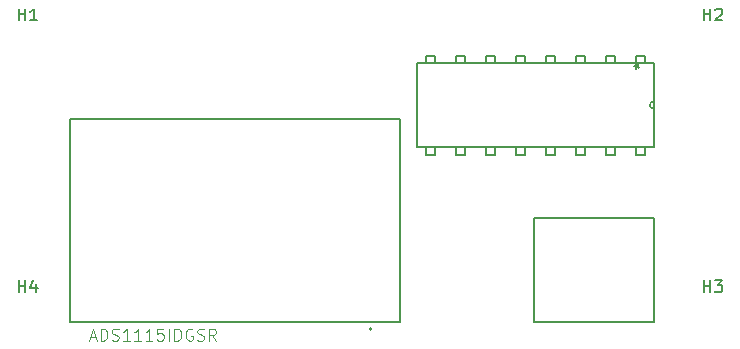
<source format=gbr>
G04 #@! TF.GenerationSoftware,KiCad,Pcbnew,(5.1.6-0-10_14)*
G04 #@! TF.CreationDate,2021-05-11T12:07:35-04:00*
G04 #@! TF.ProjectId,venti-zero,76656e74-692d-47a6-9572-6f2e6b696361,1.0*
G04 #@! TF.SameCoordinates,Original*
G04 #@! TF.FileFunction,Other,Fab,Top*
%FSLAX46Y46*%
G04 Gerber Fmt 4.6, Leading zero omitted, Abs format (unit mm)*
G04 Created by KiCad (PCBNEW (5.1.6-0-10_14)) date 2021-05-11 12:07:35*
%MOMM*%
%LPD*%
G01*
G04 APERTURE LIST*
%ADD10C,0.152400*%
%ADD11C,0.150000*%
%ADD12C,0.200000*%
%ADD13C,0.127000*%
%ADD14C,0.015000*%
G04 APERTURE END LIST*
D10*
X174333900Y-98632000D02*
X154344100Y-98632000D01*
X174333900Y-105744000D02*
X174333900Y-98632000D01*
X154344100Y-105744000D02*
X174333900Y-105744000D01*
X154344100Y-98632000D02*
X154344100Y-105744000D01*
X173610000Y-106379000D02*
X173610000Y-105744000D01*
X172848000Y-106379000D02*
X173610000Y-106379000D01*
X172848000Y-105744000D02*
X172848000Y-106379000D01*
X173610000Y-105744000D02*
X172848000Y-105744000D01*
X171070000Y-106379000D02*
X171070000Y-105744000D01*
X170308000Y-106379000D02*
X171070000Y-106379000D01*
X170308000Y-105744000D02*
X170308000Y-106379000D01*
X171070000Y-105744000D02*
X170308000Y-105744000D01*
X168530000Y-106379000D02*
X168530000Y-105744000D01*
X167768000Y-106379000D02*
X168530000Y-106379000D01*
X167768000Y-105744000D02*
X167768000Y-106379000D01*
X168530000Y-105744000D02*
X167768000Y-105744000D01*
X165990000Y-106379000D02*
X165990000Y-105744000D01*
X165228000Y-106379000D02*
X165990000Y-106379000D01*
X165228000Y-105744000D02*
X165228000Y-106379000D01*
X165990000Y-105744000D02*
X165228000Y-105744000D01*
X163450000Y-106379000D02*
X163450000Y-105744000D01*
X162688000Y-106379000D02*
X163450000Y-106379000D01*
X162688000Y-105744000D02*
X162688000Y-106379000D01*
X163450000Y-105744000D02*
X162688000Y-105744000D01*
X160910000Y-106379000D02*
X160910000Y-105744000D01*
X160148000Y-106379000D02*
X160910000Y-106379000D01*
X160148000Y-105744000D02*
X160148000Y-106379000D01*
X160910000Y-105744000D02*
X160148000Y-105744000D01*
X158370000Y-106379000D02*
X158370000Y-105744000D01*
X157608000Y-106379000D02*
X158370000Y-106379000D01*
X157608000Y-105744000D02*
X157608000Y-106379000D01*
X158370000Y-105744000D02*
X157608000Y-105744000D01*
X155830000Y-106379000D02*
X155830000Y-105744000D01*
X155068000Y-106379000D02*
X155830000Y-106379000D01*
X155068000Y-105744000D02*
X155068000Y-106379000D01*
X155830000Y-105744000D02*
X155068000Y-105744000D01*
X155068000Y-97997000D02*
X155068000Y-98632000D01*
X155830000Y-97997000D02*
X155068000Y-97997000D01*
X155830000Y-98632000D02*
X155830000Y-97997000D01*
X155068000Y-98632000D02*
X155830000Y-98632000D01*
X157608000Y-97997000D02*
X157608000Y-98632000D01*
X158370000Y-97997000D02*
X157608000Y-97997000D01*
X158370000Y-98632000D02*
X158370000Y-97997000D01*
X157608000Y-98632000D02*
X158370000Y-98632000D01*
X160148000Y-97997000D02*
X160148000Y-98632000D01*
X160910000Y-97997000D02*
X160148000Y-97997000D01*
X160910000Y-98632000D02*
X160910000Y-97997000D01*
X160148000Y-98632000D02*
X160910000Y-98632000D01*
X162688000Y-97997000D02*
X162688000Y-98632000D01*
X163450000Y-97997000D02*
X162688000Y-97997000D01*
X163450000Y-98632000D02*
X163450000Y-97997000D01*
X162688000Y-98632000D02*
X163450000Y-98632000D01*
X165228000Y-97997000D02*
X165228000Y-98632000D01*
X165990000Y-97997000D02*
X165228000Y-97997000D01*
X165990000Y-98632000D02*
X165990000Y-97997000D01*
X165228000Y-98632000D02*
X165990000Y-98632000D01*
X167768000Y-97997000D02*
X167768000Y-98632000D01*
X168530000Y-97997000D02*
X167768000Y-97997000D01*
X168530000Y-98632000D02*
X168530000Y-97997000D01*
X167768000Y-98632000D02*
X168530000Y-98632000D01*
X170308000Y-97997000D02*
X170308000Y-98632000D01*
X171070000Y-97997000D02*
X170308000Y-97997000D01*
X171070000Y-98632000D02*
X171070000Y-97997000D01*
X170308000Y-98632000D02*
X171070000Y-98632000D01*
X172848000Y-97997000D02*
X172848000Y-98632000D01*
X173610000Y-97997000D02*
X172848000Y-97997000D01*
X173610000Y-98632000D02*
X173610000Y-97997000D01*
X172848000Y-98632000D02*
X173610000Y-98632000D01*
X174333900Y-101883200D02*
G75*
G03*
X174333900Y-102492800I0J-304800D01*
G01*
D11*
X174342000Y-120538000D02*
X164242000Y-120538000D01*
X174342000Y-111778000D02*
X174342000Y-120538000D01*
X164242000Y-111778000D02*
X174342000Y-111778000D01*
X164242000Y-120538000D02*
X164242000Y-111778000D01*
D12*
X150469000Y-121162500D02*
G75*
G03*
X150469000Y-121162500I-100000J0D01*
G01*
D13*
X124969000Y-120539500D02*
X124969000Y-103394500D01*
X152909000Y-120539500D02*
X124969000Y-120539500D01*
X152909000Y-103394500D02*
X152909000Y-120539500D01*
X124969000Y-103394500D02*
X152909000Y-103394500D01*
D11*
X172681380Y-98886000D02*
X172919476Y-98886000D01*
X172824238Y-99124095D02*
X172919476Y-98886000D01*
X172824238Y-98647904D01*
X173109952Y-99028857D02*
X172919476Y-98886000D01*
X173109952Y-98743142D01*
X172681380Y-98886000D02*
X172919476Y-98886000D01*
X172824238Y-99124095D02*
X172919476Y-98886000D01*
X172824238Y-98647904D01*
X173109952Y-99028857D02*
X172919476Y-98886000D01*
X173109952Y-98743142D01*
X120570095Y-95020380D02*
X120570095Y-94020380D01*
X120570095Y-94496571D02*
X121141523Y-94496571D01*
X121141523Y-95020380D02*
X121141523Y-94020380D01*
X122141523Y-95020380D02*
X121570095Y-95020380D01*
X121855809Y-95020380D02*
X121855809Y-94020380D01*
X121760571Y-94163238D01*
X121665333Y-94258476D01*
X121570095Y-94306095D01*
X178570095Y-95020380D02*
X178570095Y-94020380D01*
X178570095Y-94496571D02*
X179141523Y-94496571D01*
X179141523Y-95020380D02*
X179141523Y-94020380D01*
X179570095Y-94115619D02*
X179617714Y-94068000D01*
X179712952Y-94020380D01*
X179951047Y-94020380D01*
X180046285Y-94068000D01*
X180093904Y-94115619D01*
X180141523Y-94210857D01*
X180141523Y-94306095D01*
X180093904Y-94448952D01*
X179522476Y-95020380D01*
X180141523Y-95020380D01*
X178570095Y-118020380D02*
X178570095Y-117020380D01*
X178570095Y-117496571D02*
X179141523Y-117496571D01*
X179141523Y-118020380D02*
X179141523Y-117020380D01*
X179522476Y-117020380D02*
X180141523Y-117020380D01*
X179808190Y-117401333D01*
X179951047Y-117401333D01*
X180046285Y-117448952D01*
X180093904Y-117496571D01*
X180141523Y-117591809D01*
X180141523Y-117829904D01*
X180093904Y-117925142D01*
X180046285Y-117972761D01*
X179951047Y-118020380D01*
X179665333Y-118020380D01*
X179570095Y-117972761D01*
X179522476Y-117925142D01*
X120570095Y-118020380D02*
X120570095Y-117020380D01*
X120570095Y-117496571D02*
X121141523Y-117496571D01*
X121141523Y-118020380D02*
X121141523Y-117020380D01*
X122046285Y-117353714D02*
X122046285Y-118020380D01*
X121808190Y-116972761D02*
X121570095Y-117687047D01*
X122189142Y-117687047D01*
D14*
X126620666Y-121841166D02*
X127096857Y-121841166D01*
X126525428Y-122126880D02*
X126858761Y-121126880D01*
X127192095Y-122126880D01*
X127525428Y-122126880D02*
X127525428Y-121126880D01*
X127763523Y-121126880D01*
X127906380Y-121174500D01*
X128001619Y-121269738D01*
X128049238Y-121364976D01*
X128096857Y-121555452D01*
X128096857Y-121698309D01*
X128049238Y-121888785D01*
X128001619Y-121984023D01*
X127906380Y-122079261D01*
X127763523Y-122126880D01*
X127525428Y-122126880D01*
X128477809Y-122079261D02*
X128620666Y-122126880D01*
X128858761Y-122126880D01*
X128954000Y-122079261D01*
X129001619Y-122031642D01*
X129049238Y-121936404D01*
X129049238Y-121841166D01*
X129001619Y-121745928D01*
X128954000Y-121698309D01*
X128858761Y-121650690D01*
X128668285Y-121603071D01*
X128573047Y-121555452D01*
X128525428Y-121507833D01*
X128477809Y-121412595D01*
X128477809Y-121317357D01*
X128525428Y-121222119D01*
X128573047Y-121174500D01*
X128668285Y-121126880D01*
X128906380Y-121126880D01*
X129049238Y-121174500D01*
X130001619Y-122126880D02*
X129430190Y-122126880D01*
X129715904Y-122126880D02*
X129715904Y-121126880D01*
X129620666Y-121269738D01*
X129525428Y-121364976D01*
X129430190Y-121412595D01*
X130954000Y-122126880D02*
X130382571Y-122126880D01*
X130668285Y-122126880D02*
X130668285Y-121126880D01*
X130573047Y-121269738D01*
X130477809Y-121364976D01*
X130382571Y-121412595D01*
X131906380Y-122126880D02*
X131334952Y-122126880D01*
X131620666Y-122126880D02*
X131620666Y-121126880D01*
X131525428Y-121269738D01*
X131430190Y-121364976D01*
X131334952Y-121412595D01*
X132811142Y-121126880D02*
X132334952Y-121126880D01*
X132287333Y-121603071D01*
X132334952Y-121555452D01*
X132430190Y-121507833D01*
X132668285Y-121507833D01*
X132763523Y-121555452D01*
X132811142Y-121603071D01*
X132858761Y-121698309D01*
X132858761Y-121936404D01*
X132811142Y-122031642D01*
X132763523Y-122079261D01*
X132668285Y-122126880D01*
X132430190Y-122126880D01*
X132334952Y-122079261D01*
X132287333Y-122031642D01*
X133287333Y-122126880D02*
X133287333Y-121126880D01*
X133763523Y-122126880D02*
X133763523Y-121126880D01*
X134001619Y-121126880D01*
X134144476Y-121174500D01*
X134239714Y-121269738D01*
X134287333Y-121364976D01*
X134334952Y-121555452D01*
X134334952Y-121698309D01*
X134287333Y-121888785D01*
X134239714Y-121984023D01*
X134144476Y-122079261D01*
X134001619Y-122126880D01*
X133763523Y-122126880D01*
X135287333Y-121174500D02*
X135192095Y-121126880D01*
X135049238Y-121126880D01*
X134906380Y-121174500D01*
X134811142Y-121269738D01*
X134763523Y-121364976D01*
X134715904Y-121555452D01*
X134715904Y-121698309D01*
X134763523Y-121888785D01*
X134811142Y-121984023D01*
X134906380Y-122079261D01*
X135049238Y-122126880D01*
X135144476Y-122126880D01*
X135287333Y-122079261D01*
X135334952Y-122031642D01*
X135334952Y-121698309D01*
X135144476Y-121698309D01*
X135715904Y-122079261D02*
X135858761Y-122126880D01*
X136096857Y-122126880D01*
X136192095Y-122079261D01*
X136239714Y-122031642D01*
X136287333Y-121936404D01*
X136287333Y-121841166D01*
X136239714Y-121745928D01*
X136192095Y-121698309D01*
X136096857Y-121650690D01*
X135906380Y-121603071D01*
X135811142Y-121555452D01*
X135763523Y-121507833D01*
X135715904Y-121412595D01*
X135715904Y-121317357D01*
X135763523Y-121222119D01*
X135811142Y-121174500D01*
X135906380Y-121126880D01*
X136144476Y-121126880D01*
X136287333Y-121174500D01*
X137287333Y-122126880D02*
X136954000Y-121650690D01*
X136715904Y-122126880D02*
X136715904Y-121126880D01*
X137096857Y-121126880D01*
X137192095Y-121174500D01*
X137239714Y-121222119D01*
X137287333Y-121317357D01*
X137287333Y-121460214D01*
X137239714Y-121555452D01*
X137192095Y-121603071D01*
X137096857Y-121650690D01*
X136715904Y-121650690D01*
M02*

</source>
